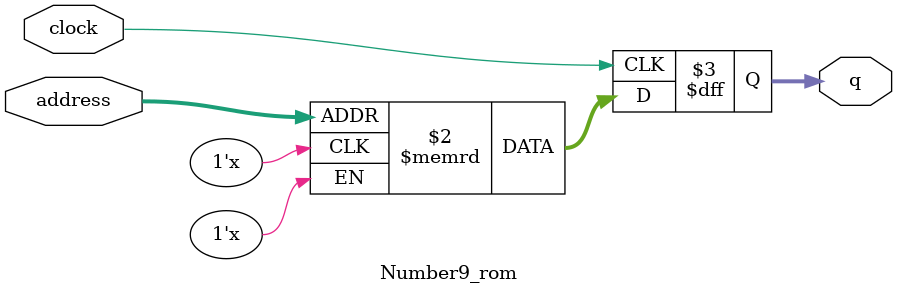
<source format=sv>
module Number9_rom (
	input logic clock,
	input logic [11:0] address,
	output logic [1:0] q
);

logic [1:0] memory [0:2499] /* synthesis ram_init_file = "./Number9/Number9.COE" */;

always_ff @ (posedge clock) begin
	q <= memory[address];
end

endmodule

</source>
